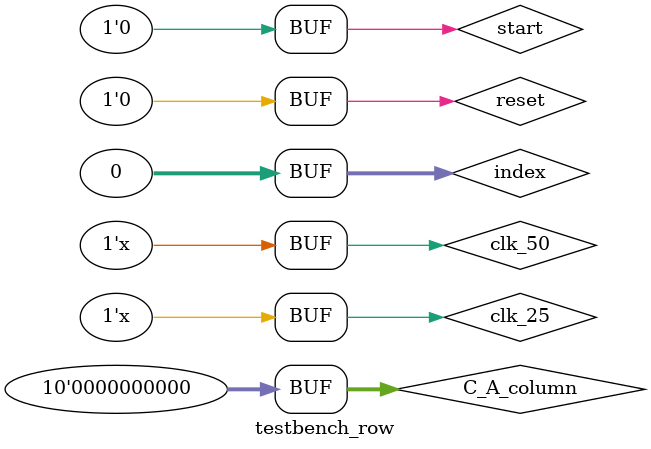
<source format=v>
`timescale 1ns/1ns

module testbench_row();

   reg clk_50, clk_25, reset;

   reg [31:0] index;

   reg        start;

   //Initialize clocks and index
   initial begin
      clk_50 = 1'b0;
      clk_25 = 1'b0;
      index  = 32'd0;
      //testbench_out = 15'd0 ;
   end

   //Toggle the clocks
   always begin
      #10
        clk_50  = !clk_50;
   end

   always begin
      #20
        clk_25  = !clk_25;
   end

   //Intialize and drive signals
   initial begin
      reset  = 1'b0;
      start  = 1'b0;
      #10 reset    = 1'b1;
      #30 reset    = 1'b0;
      #40 start    = 1'b1;
      #41 start    = 1'b0;
   end


   //=======================================================
   // Pipeline
   //=======================================================

   wire [26:0] C_A_reference, C_A_reference_num, C_A_step, C_A_step_num, C_B, C_B_int;
   wire [9:0]  C_A_column;

   Int2Fp ConvertFP_C_A_ref(-16'sd1, C_A_reference_num);
   FpShift SHA(C_A_reference_num, -8'sd1, C_A_reference);

   Int2Fp ConvertFP_C_A_step(16'sd1, C_A_step_num);
   FpShift SHAstep(C_A_step_num, -8'sd2, C_A_step);

   assign C_A_column = 0;

   Int2Fp ConvertFP_C_B(16'sd3, C_B_int);
   FpShift SHB(C_B_int, -8'sd2, C_B);

   wire        start_request;
   wire        done;
   wire [9:0] num_iterations;

   Row_Solver solver(
                     .solver_clk      (clk_50),
                     .reset           (reset),
                     .start_request   (start_request),
                     .start_grant     (~reset),
                     .row_x_reference (C_A_reference),
                     .row_x_step      (C_A_step),
                     .row_y           (C_B),
                     .output_value    (num_iterations),
                     .output_stb      (done)
                     );

endmodule

</source>
